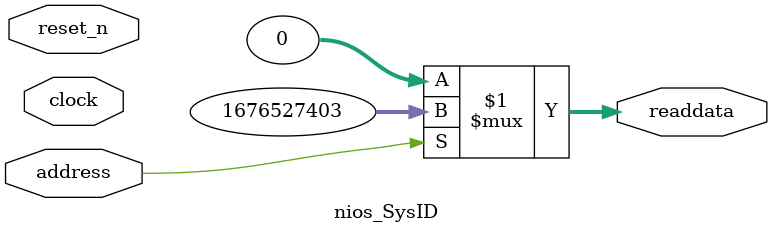
<source format=v>



// synthesis translate_off
`timescale 1ns / 1ps
// synthesis translate_on

// turn off superfluous verilog processor warnings 
// altera message_level Level1 
// altera message_off 10034 10035 10036 10037 10230 10240 10030 

module nios_SysID (
               // inputs:
                address,
                clock,
                reset_n,

               // outputs:
                readdata
             )
;

  output  [ 31: 0] readdata;
  input            address;
  input            clock;
  input            reset_n;

  wire    [ 31: 0] readdata;
  //control_slave, which is an e_avalon_slave
  assign readdata = address ? 1676527403 : 0;

endmodule



</source>
